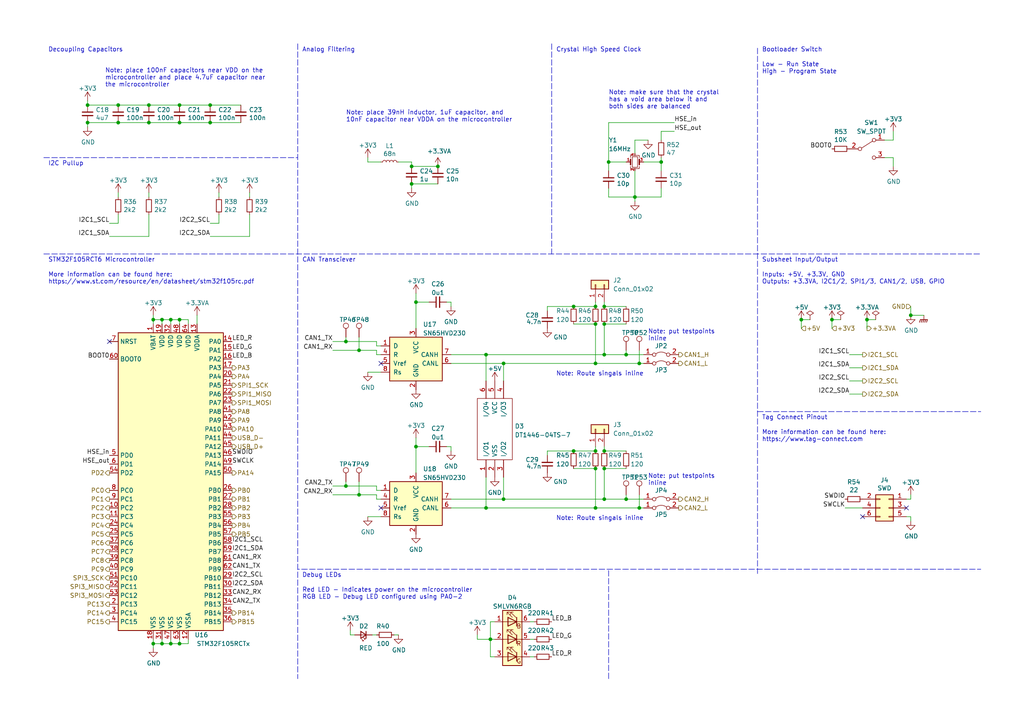
<source format=kicad_sch>
(kicad_sch (version 20211123) (generator eeschema)
  (paper "A4")
  (lib_symbols
    (symbol "Connector:TestPoint" (pin_numbers hide) (pin_names (offset 0.762) hide)
      (property "Reference" "TP" (at 0 6.858 0))
      (property "Value" "TestPoint" (at 0 5.08 0))
      (symbol "TestPoint_1_1"
        (pin passive line (at 0 0 90) (length 2.54) (name "1") (number "1"))
      )
    )
    (symbol "Connector_Generic:Conn_01x02" (pin_names (offset 1.016) hide)
      (property "Reference" "J" (at 0 2.54 0))
      (property "Value" "Conn_01x02" (at 0 -5.08 0))
      (symbol "Conn_01x02_1_1"
        (pin passive line (at -5.08 0 0) (length 3.81) (name "Pin_1") (number "1"))
        (pin passive line (at -5.08 -2.54 0) (length 3.81) (name "Pin_2") (number "2"))
      )
    )
    (symbol "Connector_Generic:Conn_02x03_Odd_Even" (pin_names (offset 1.016) hide)
      (property "Reference" "J" (at 1.27 5.08 0))
      (property "Value" "Conn_02x03_Odd_Even" (at 1.27 -5.08 0))
      (symbol "Conn_02x03_Odd_Even_1_1"
        (pin passive line (at -5.08 2.54 0) (length 3.81) (name "Pin_1") (number "1"))
        (pin passive line (at 7.62 2.54 180) (length 3.81) (name "Pin_2") (number "2"))
        (pin passive line (at -5.08 0 0) (length 3.81) (name "Pin_3") (number "3"))
        (pin passive line (at 7.62 0 180) (length 3.81) (name "Pin_4") (number "4"))
        (pin passive line (at -5.08 -2.54 0) (length 3.81) (name "Pin_5") (number "5"))
        (pin passive line (at 7.62 -2.54 180) (length 3.81) (name "Pin_6") (number "6"))
      )
    )
    (symbol "Device:C_Small" (pin_numbers hide) (pin_names (offset 0.254) hide)
      (property "Reference" "C" (at 0.254 1.778 0))
      (property "Value" "C_Small" (at 0.254 -2.032 0))
      (symbol "C_Small_1_1"
        (pin passive line (at 0 2.54 270) (length 2.032) (name "~") (number "1"))
        (pin passive line (at 0 -2.54 90) (length 2.032) (name "~") (number "2"))
      )
    )
    (symbol "Device:Crystal_GND24_Small" (pin_names (offset 1.016) hide)
      (property "Reference" "Y" (at 1.27 4.445 0))
      (property "Value" "Crystal_GND24_Small" (at 1.27 2.54 0))
      (symbol "Crystal_GND24_Small_1_1"
        (pin passive line (at -2.54 0 0) (length 1.27) (name "1") (number "1"))
        (pin passive line (at 0 -2.54 90) (length 0.635) (name "2") (number "2"))
        (pin passive line (at 2.54 0 180) (length 1.27) (name "3") (number "3"))
        (pin passive line (at 0 2.54 270) (length 0.635) (name "4") (number "4"))
      )
    )
    (symbol "Device:LED_Small" (pin_numbers hide) (pin_names (offset 0.254) hide)
      (property "Reference" "D" (at -1.27 3.175 0))
      (property "Value" "LED_Small" (at -4.445 -2.54 0))
      (symbol "LED_Small_1_1"
        (pin passive line (at -2.54 0 0) (length 1.778) (name "K") (number "1"))
        (pin passive line (at 2.54 0 180) (length 1.778) (name "A") (number "2"))
      )
    )
    (symbol "Device:L_Small" (pin_numbers hide) (pin_names (offset 0.254) hide)
      (property "Reference" "L" (at 0.762 1.016 0))
      (property "Value" "L_Small" (at 0.762 -1.016 0))
      (symbol "L_Small_1_1"
        (pin passive line (at 0 2.54 270) (length 0.508) (name "~") (number "1"))
        (pin passive line (at 0 -2.54 90) (length 0.508) (name "~") (number "2"))
      )
    )
    (symbol "Device:R_Small" (pin_numbers hide) (pin_names (offset 0.254) hide)
      (property "Reference" "R" (at 0.762 0.508 0))
      (property "Value" "R_Small" (at 0.762 -1.016 0))
      (symbol "R_Small_1_1"
        (pin passive line (at 0 2.54 270) (length 0.762) (name "~") (number "1"))
        (pin passive line (at 0 -2.54 90) (length 0.762) (name "~") (number "2"))
      )
    )
    (symbol "Global_Library:DT1446-04TS-7" (pin_names (offset 0.762))
      (property "Reference" "D" (at 5.08 7.62 0))
      (property "Value" "DT1446-04TS-7" (at 5.08 5.08 0))
      (symbol "DT1446-04TS-7_0_0"
        (pin passive line (at 0 0 0) (length 5.08) (name "I/O1") (number "1"))
        (pin passive line (at 0 -2.54 0) (length 5.08) (name "VSS") (number "2"))
        (pin passive line (at 0 -5.08 0) (length 5.08) (name "I/O2") (number "3"))
        (pin passive line (at 27.94 -5.08 180) (length 5.08) (name "I/O3") (number "4"))
        (pin passive line (at 27.94 -2.54 180) (length 5.08) (name "VCC") (number "5"))
        (pin passive line (at 27.94 0 180) (length 5.08) (name "I/O4") (number "6"))
      )
    )
    (symbol "Interface_CAN_LIN:SN65HVD230" (pin_names (offset 1.016))
      (property "Reference" "U" (at -2.54 10.16 0))
      (property "Value" "SN65HVD230" (at -2.54 7.62 0))
      (symbol "SN65HVD230_1_1"
        (pin input line (at -10.16 2.54 0) (length 2.54) (name "D") (number "1"))
        (pin power_in line (at 0 -10.16 90) (length 2.54) (name "GND") (number "2"))
        (pin power_in line (at 0 7.62 270) (length 2.54) (name "VCC") (number "3"))
        (pin output line (at -10.16 0 0) (length 2.54) (name "R") (number "4"))
        (pin output line (at -10.16 -2.54 0) (length 2.54) (name "Vref") (number "5"))
        (pin bidirectional line (at 10.16 -2.54 180) (length 2.54) (name "CANL") (number "6"))
        (pin bidirectional line (at 10.16 0 180) (length 2.54) (name "CANH") (number "7"))
        (pin input line (at -10.16 -5.08 0) (length 2.54) (name "Rs") (number "8"))
      )
    )
    (symbol "Jumper:Jumper_2_Bridged" (pin_names (offset 0) hide)
      (property "Reference" "JP" (at 0 1.905 0))
      (property "Value" "Jumper_2_Bridged" (at 0 -2.54 0))
      (symbol "Jumper_2_Bridged_1_1"
        (pin passive line (at -5.08 0 0) (length 2.54) (name "A") (number "1"))
        (pin passive line (at 5.08 0 180) (length 2.54) (name "B") (number "2"))
      )
    )
    (symbol "LED:SMLVN6RGB" (pin_names (offset 0) hide)
      (property "Reference" "D" (at 0 12.7 0))
      (property "Value" "SMLVN6RGB" (at 0 10.16 0))
      (symbol "SMLVN6RGB_0_0"
        (text "B" (at 1.905 3.81 0) (effects (font (size 1.27 1.27))))
        (text "G" (at 1.905 -6.35 0) (effects (font (size 1.27 1.27))))
        (text "R" (at 1.905 -1.27 0) (effects (font (size 1.27 1.27))))
      )
      (symbol "SMLVN6RGB_1_1"
        (pin passive line (at -5.08 5.08 0) (length 2.54) (name "BA") (number "1"))
        (pin passive line (at -5.08 0 0) (length 2.54) (name "RA") (number "2"))
        (pin passive line (at -5.08 -5.08 0) (length 2.54) (name "GA") (number "3"))
        (pin passive line (at 5.08 -5.08 180) (length 2.54) (name "GK") (number "4"))
        (pin passive line (at 5.08 0 180) (length 2.54) (name "RK") (number "5"))
        (pin passive line (at 5.08 5.08 180) (length 2.54) (name "BK") (number "6"))
      )
    )
    (symbol "MCU_ST_STM32F1:STM32F105RCTx"
      (property "Reference" "U" (at -15.24 44.45 0))
      (property "Value" "STM32F105RCTx" (at 10.16 44.45 0))
      (symbol "STM32F105RCTx_1_1"
        (pin power_in line (at -5.08 45.72 270) (length 2.54) (name "VBAT") (number "1"))
        (pin bidirectional line (at -17.78 -7.62 0) (length 2.54) (name "PC2") (number "10"))
        (pin bidirectional line (at -17.78 -10.16 0) (length 2.54) (name "PC3") (number "11"))
        (pin power_in line (at 5.08 -45.72 90) (length 2.54) (name "VSSA") (number "12"))
        (pin power_in line (at 7.62 45.72 270) (length 2.54) (name "VDDA") (number "13"))
        (pin bidirectional line (at 17.78 40.64 180) (length 2.54) (name "PA0") (number "14"))
        (pin bidirectional line (at 17.78 38.1 180) (length 2.54) (name "PA1") (number "15"))
        (pin bidirectional line (at 17.78 35.56 180) (length 2.54) (name "PA2") (number "16"))
        (pin bidirectional line (at 17.78 33.02 180) (length 2.54) (name "PA3") (number "17"))
        (pin power_in line (at -5.08 -45.72 90) (length 2.54) (name "VSS") (number "18"))
        (pin power_in line (at -2.54 45.72 270) (length 2.54) (name "VDD") (number "19"))
        (pin bidirectional line (at -17.78 -35.56 0) (length 2.54) (name "PC13") (number "2"))
        (pin bidirectional line (at 17.78 30.48 180) (length 2.54) (name "PA4") (number "20"))
        (pin bidirectional line (at 17.78 27.94 180) (length 2.54) (name "PA5") (number "21"))
        (pin bidirectional line (at 17.78 25.4 180) (length 2.54) (name "PA6") (number "22"))
        (pin bidirectional line (at 17.78 22.86 180) (length 2.54) (name "PA7") (number "23"))
        (pin bidirectional line (at -17.78 -12.7 0) (length 2.54) (name "PC4") (number "24"))
        (pin bidirectional line (at -17.78 -15.24 0) (length 2.54) (name "PC5") (number "25"))
        (pin bidirectional line (at 17.78 -2.54 180) (length 2.54) (name "PB0") (number "26"))
        (pin bidirectional line (at 17.78 -5.08 180) (length 2.54) (name "PB1") (number "27"))
        (pin bidirectional line (at 17.78 -7.62 180) (length 2.54) (name "PB2") (number "28"))
        (pin bidirectional line (at 17.78 -27.94 180) (length 2.54) (name "PB10") (number "29"))
        (pin bidirectional line (at -17.78 -38.1 0) (length 2.54) (name "PC14") (number "3"))
        (pin bidirectional line (at 17.78 -30.48 180) (length 2.54) (name "PB11") (number "30"))
        (pin power_in line (at -2.54 -45.72 90) (length 2.54) (name "VSS") (number "31"))
        (pin power_in line (at 0 45.72 270) (length 2.54) (name "VDD") (number "32"))
        (pin bidirectional line (at 17.78 -33.02 180) (length 2.54) (name "PB12") (number "33"))
        (pin bidirectional line (at 17.78 -35.56 180) (length 2.54) (name "PB13") (number "34"))
        (pin bidirectional line (at 17.78 -38.1 180) (length 2.54) (name "PB14") (number "35"))
        (pin bidirectional line (at 17.78 -40.64 180) (length 2.54) (name "PB15") (number "36"))
        (pin bidirectional line (at -17.78 -17.78 0) (length 2.54) (name "PC6") (number "37"))
        (pin bidirectional line (at -17.78 -20.32 0) (length 2.54) (name "PC7") (number "38"))
        (pin bidirectional line (at -17.78 -22.86 0) (length 2.54) (name "PC8") (number "39"))
        (pin bidirectional line (at -17.78 -40.64 0) (length 2.54) (name "PC15") (number "4"))
        (pin bidirectional line (at -17.78 -25.4 0) (length 2.54) (name "PC9") (number "40"))
        (pin bidirectional line (at 17.78 20.32 180) (length 2.54) (name "PA8") (number "41"))
        (pin bidirectional line (at 17.78 17.78 180) (length 2.54) (name "PA9") (number "42"))
        (pin bidirectional line (at 17.78 15.24 180) (length 2.54) (name "PA10") (number "43"))
        (pin bidirectional line (at 17.78 12.7 180) (length 2.54) (name "PA11") (number "44"))
        (pin bidirectional line (at 17.78 10.16 180) (length 2.54) (name "PA12") (number "45"))
        (pin bidirectional line (at 17.78 7.62 180) (length 2.54) (name "PA13") (number "46"))
        (pin power_in line (at 0 -45.72 90) (length 2.54) (name "VSS") (number "47"))
        (pin power_in line (at 2.54 45.72 270) (length 2.54) (name "VDD") (number "48"))
        (pin bidirectional line (at 17.78 5.08 180) (length 2.54) (name "PA14") (number "49"))
        (pin input line (at -17.78 7.62 0) (length 2.54) (name "PD0") (number "5"))
        (pin bidirectional line (at 17.78 2.54 180) (length 2.54) (name "PA15") (number "50"))
        (pin bidirectional line (at -17.78 -27.94 0) (length 2.54) (name "PC10") (number "51"))
        (pin bidirectional line (at -17.78 -30.48 0) (length 2.54) (name "PC11") (number "52"))
        (pin bidirectional line (at -17.78 -33.02 0) (length 2.54) (name "PC12") (number "53"))
        (pin bidirectional line (at -17.78 2.54 0) (length 2.54) (name "PD2") (number "54"))
        (pin bidirectional line (at 17.78 -10.16 180) (length 2.54) (name "PB3") (number "55"))
        (pin bidirectional line (at 17.78 -12.7 180) (length 2.54) (name "PB4") (number "56"))
        (pin bidirectional line (at 17.78 -15.24 180) (length 2.54) (name "PB5") (number "57"))
        (pin bidirectional line (at 17.78 -17.78 180) (length 2.54) (name "PB6") (number "58"))
        (pin bidirectional line (at 17.78 -20.32 180) (length 2.54) (name "PB7") (number "59"))
        (pin input line (at -17.78 5.08 0) (length 2.54) (name "PD1") (number "6"))
        (pin input line (at -17.78 35.56 0) (length 2.54) (name "BOOT0") (number "60"))
        (pin bidirectional line (at 17.78 -22.86 180) (length 2.54) (name "PB8") (number "61"))
        (pin bidirectional line (at 17.78 -25.4 180) (length 2.54) (name "PB9") (number "62"))
        (pin power_in line (at 2.54 -45.72 90) (length 2.54) (name "VSS") (number "63"))
        (pin power_in line (at 5.08 45.72 270) (length 2.54) (name "VDD") (number "64"))
        (pin input line (at -17.78 40.64 0) (length 2.54) (name "NRST") (number "7"))
        (pin bidirectional line (at -17.78 -2.54 0) (length 2.54) (name "PC0") (number "8"))
        (pin bidirectional line (at -17.78 -5.08 0) (length 2.54) (name "PC1") (number "9"))
      )
    )
    (symbol "Switch:SW_SPDT" (pin_names (offset 0) hide)
      (property "Reference" "SW" (at 0 4.318 0))
      (property "Value" "SW_SPDT" (at 0 -5.08 0))
      (symbol "SW_SPDT_1_1"
        (pin passive line (at 5.08 2.54 180) (length 2.54) (name "A") (number "1"))
        (pin passive line (at -5.08 0 0) (length 2.54) (name "B") (number "2"))
        (pin passive line (at 5.08 -2.54 180) (length 2.54) (name "C") (number "3"))
      )
    )
    (symbol "power:+3.3VA" (power) (pin_names (offset 0))
      (property "Value" "+3.3VA" (at 0 3.556 0))
      (symbol "+3.3VA_1_1"
        (pin power_in line (at 0 0 90) (length 0) hide (name "+3.3VA") (number "1"))
      )
    )
    (symbol "power:+3V3" (power) (pin_names (offset 0))
      (property "Value" "+3V3" (at 0 3.556 0))
      (symbol "+3V3_1_1"
        (pin power_in line (at 0 0 90) (length 0) hide (name "+3V3") (number "1"))
      )
    )
    (symbol "power:+5V" (power) (pin_names (offset 0))
      (property "Value" "+5V" (at 0 3.556 0))
      (symbol "+5V_1_1"
        (pin power_in line (at 0 0 90) (length 0) hide (name "+5V") (number "1"))
      )
    )
    (symbol "power:GND" (power) (pin_names (offset 0))
      (property "Value" "GND" (at 0 -3.81 0))
      (symbol "GND_1_1"
        (pin power_in line (at 0 0 270) (length 0) hide (name "GND") (number "1"))
      )
    )
    (symbol "power:GNDPWR" (power) (pin_names (offset 0))
      (property "Value" "GNDPWR" (at 0 -3.302 0))
      (symbol "GNDPWR_1_1"
        (pin power_in line (at 0 0 270) (length 0) hide (name "GNDPWR") (number "1"))
      )
    )
    (symbol "power:PWR_FLAG" (power) (pin_numbers hide) (pin_names (offset 0) hide)
      (property "Value" "PWR_FLAG" (at 0 3.81 0))
      (symbol "PWR_FLAG_0_0"
        (pin power_out line (at 0 0 90) (length 0) (name "pwr") (number "1"))
      )
    )
  )
  (junction (at 232.41 92.71))
  (junction (at 251.46 92.71))
  (junction (at 49.53 186.69))
  (junction (at 184.15 57.15))
  (junction (at 119.38 53.34))
  (junction (at 172.72 135.89))
  (junction (at 104.14 143.51))
  (junction (at 60.96 35.56))
  (junction (at 34.29 35.56))
  (junction (at 100.33 99.06))
  (junction (at 104.14 101.6))
  (junction (at 43.18 35.56))
  (junction (at 175.26 88.9))
  (junction (at 142.24 185.42))
  (junction (at 175.26 102.87))
  (junction (at 166.37 88.9))
  (junction (at 60.96 30.48))
  (junction (at 175.26 144.78))
  (junction (at 185.42 105.41))
  (junction (at 185.42 147.32))
  (junction (at 175.26 93.98))
  (junction (at 44.45 186.69))
  (junction (at 140.97 102.87))
  (junction (at 175.26 135.89))
  (junction (at 52.07 92.71))
  (junction (at 100.33 140.97))
  (junction (at 175.26 130.81))
  (junction (at 166.37 130.81))
  (junction (at 140.97 147.32))
  (junction (at 172.72 93.98))
  (junction (at 120.65 129.54))
  (junction (at 46.99 186.69))
  (junction (at 146.05 144.78))
  (junction (at 176.53 46.99))
  (junction (at 119.38 48.26))
  (junction (at 181.61 102.87))
  (junction (at 34.29 30.48))
  (junction (at 172.72 105.41))
  (junction (at 44.45 92.71))
  (junction (at 127 48.26))
  (junction (at 241.3 92.71))
  (junction (at 172.72 88.9))
  (junction (at 172.72 130.81))
  (junction (at 52.07 186.69))
  (junction (at 52.07 30.48))
  (junction (at 46.99 92.71))
  (junction (at 172.72 147.32))
  (junction (at 146.05 105.41))
  (junction (at 120.65 87.63))
  (junction (at 25.4 35.56))
  (junction (at 25.4 30.48))
  (junction (at 264.16 91.44))
  (junction (at 181.61 144.78))
  (junction (at 191.77 46.99))
  (junction (at 52.07 35.56))
  (junction (at 49.53 92.71))
  (junction (at 43.18 30.48))
  (no_connect (at 31.75 99.06))
  (no_connect (at 262.89 147.32))
  (no_connect (at 250.19 149.86))
  (no_connect (at 110.49 147.32))
  (no_connect (at 110.49 105.41))
  (wire (pts (xy 106.68 45.72) (xy 106.68 46.99)))
  (wire (pts (xy 245.11 147.32) (xy 250.19 147.32)))
  (wire (pts (xy 130.81 87.63) (xy 130.81 88.9)))
  (wire (pts (xy 262.89 144.78) (xy 264.16 144.78)))
  (wire (pts (xy 100.33 97.79) (xy 100.33 99.06)))
  (wire (pts (xy 63.5 55.88) (xy 63.5 57.15)))
  (wire (pts (xy 100.33 140.97) (xy 109.22 140.97)))
  (polyline (pts (xy 160.02 165.1) (xy 86.36 165.1)))
  (wire (pts (xy 43.18 30.48) (xy 52.07 30.48)))
  (wire (pts (xy 259.08 40.64) (xy 259.08 38.1)))
  (wire (pts (xy 63.5 64.77) (xy 63.5 62.23)))
  (wire (pts (xy 109.22 100.33) (xy 110.49 100.33)))
  (wire (pts (xy 25.4 36.83) (xy 25.4 35.56)))
  (wire (pts (xy 44.45 186.69) (xy 44.45 187.96)))
  (wire (pts (xy 153.67 180.34) (xy 154.94 180.34)))
  (wire (pts (xy 191.77 46.99) (xy 191.77 49.53)))
  (wire (pts (xy 109.22 102.87) (xy 110.49 102.87)))
  (wire (pts (xy 72.39 55.88) (xy 72.39 57.15)))
  (wire (pts (xy 60.96 35.56) (xy 69.85 35.56)))
  (wire (pts (xy 246.38 110.49) (xy 250.19 110.49)))
  (wire (pts (xy 140.97 138.43) (xy 140.97 147.32)))
  (wire (pts (xy 251.46 92.71) (xy 254 92.71)))
  (wire (pts (xy 129.54 87.63) (xy 130.81 87.63)))
  (wire (pts (xy 264.16 91.44) (xy 264.16 88.9)))
  (wire (pts (xy 146.05 105.41) (xy 146.05 110.49)))
  (wire (pts (xy 158.75 130.81) (xy 158.75 132.08)))
  (wire (pts (xy 187.96 40.64) (xy 184.15 40.64)))
  (wire (pts (xy 166.37 93.98) (xy 172.72 93.98)))
  (wire (pts (xy 96.52 140.97) (xy 100.33 140.97)))
  (wire (pts (xy 25.4 30.48) (xy 34.29 30.48)))
  (wire (pts (xy 172.72 135.89) (xy 172.72 147.32)))
  (wire (pts (xy 175.26 93.98) (xy 175.26 102.87)))
  (wire (pts (xy 25.4 29.21) (xy 25.4 30.48)))
  (wire (pts (xy 46.99 186.69) (xy 49.53 186.69)))
  (wire (pts (xy 232.41 92.71) (xy 232.41 95.25)))
  (wire (pts (xy 184.15 57.15) (xy 191.77 57.15)))
  (wire (pts (xy 106.68 107.95) (xy 110.49 107.95)))
  (wire (pts (xy 158.75 88.9) (xy 166.37 88.9)))
  (wire (pts (xy 262.89 149.86) (xy 264.16 149.86)))
  (wire (pts (xy 175.26 93.98) (xy 181.61 93.98)))
  (wire (pts (xy 44.45 92.71) (xy 44.45 91.44)))
  (wire (pts (xy 146.05 105.41) (xy 172.72 105.41)))
  (wire (pts (xy 109.22 142.24) (xy 110.49 142.24)))
  (wire (pts (xy 176.53 54.61) (xy 176.53 57.15)))
  (wire (pts (xy 142.24 180.34) (xy 142.24 185.42)))
  (wire (pts (xy 232.41 92.71) (xy 234.95 92.71)))
  (wire (pts (xy 143.51 180.34) (xy 142.24 180.34)))
  (polyline (pts (xy 160.02 165.1) (xy 284.48 165.1)))
  (wire (pts (xy 49.53 92.71) (xy 46.99 92.71)))
  (wire (pts (xy 172.72 147.32) (xy 185.42 147.32)))
  (wire (pts (xy 120.65 87.63) (xy 120.65 95.25)))
  (wire (pts (xy 106.68 46.99) (xy 110.49 46.99)))
  (wire (pts (xy 127 53.34) (xy 119.38 53.34)))
  (wire (pts (xy 60.96 64.77) (xy 63.5 64.77)))
  (wire (pts (xy 175.26 135.89) (xy 175.26 144.78)))
  (wire (pts (xy 142.24 190.5) (xy 143.51 190.5)))
  (wire (pts (xy 100.33 139.7) (xy 100.33 140.97)))
  (wire (pts (xy 49.53 93.98) (xy 49.53 92.71)))
  (wire (pts (xy 264.16 91.44) (xy 267.97 91.44)))
  (polyline (pts (xy 160.02 12.7) (xy 160.02 73.66)))
  (wire (pts (xy 175.26 88.9) (xy 175.26 87.63)))
  (wire (pts (xy 120.65 129.54) (xy 120.65 137.16)))
  (wire (pts (xy 184.15 40.64) (xy 184.15 44.45)))
  (wire (pts (xy 256.54 40.64) (xy 259.08 40.64)))
  (polyline (pts (xy 86.36 12.7) (xy 86.36 196.85)))
  (wire (pts (xy 44.45 93.98) (xy 44.45 92.71)))
  (wire (pts (xy 185.42 101.6) (xy 185.42 105.41)))
  (wire (pts (xy 172.72 87.63) (xy 172.72 88.9)))
  (wire (pts (xy 52.07 30.48) (xy 60.96 30.48)))
  (wire (pts (xy 109.22 143.51) (xy 109.22 144.78)))
  (wire (pts (xy 34.29 55.88) (xy 34.29 57.15)))
  (wire (pts (xy 49.53 186.69) (xy 52.07 186.69)))
  (wire (pts (xy 140.97 147.32) (xy 172.72 147.32)))
  (wire (pts (xy 256.54 45.72) (xy 259.08 45.72)))
  (wire (pts (xy 142.24 185.42) (xy 143.51 185.42)))
  (wire (pts (xy 43.18 35.56) (xy 52.07 35.56)))
  (wire (pts (xy 129.54 129.54) (xy 130.81 129.54)))
  (wire (pts (xy 175.26 135.89) (xy 181.61 135.89)))
  (wire (pts (xy 172.72 105.41) (xy 185.42 105.41)))
  (wire (pts (xy 166.37 130.81) (xy 172.72 130.81)))
  (wire (pts (xy 172.72 93.98) (xy 172.72 105.41)))
  (wire (pts (xy 140.97 102.87) (xy 175.26 102.87)))
  (polyline (pts (xy 219.71 13.97) (xy 219.71 166.37)))
  (wire (pts (xy 130.81 102.87) (xy 140.97 102.87)))
  (polyline (pts (xy 12.7 45.72) (xy 86.36 45.72)))
  (wire (pts (xy 158.75 130.81) (xy 166.37 130.81)))
  (wire (pts (xy 120.65 85.09) (xy 120.65 87.63)))
  (wire (pts (xy 264.16 144.78) (xy 264.16 143.51)))
  (wire (pts (xy 181.61 101.6) (xy 181.61 102.87)))
  (wire (pts (xy 60.96 30.48) (xy 69.85 30.48)))
  (wire (pts (xy 44.45 186.69) (xy 44.45 185.42)))
  (wire (pts (xy 191.77 38.1) (xy 195.58 38.1)))
  (wire (pts (xy 259.08 45.72) (xy 259.08 48.26)))
  (wire (pts (xy 130.81 144.78) (xy 146.05 144.78)))
  (wire (pts (xy 191.77 40.64) (xy 191.77 38.1)))
  (wire (pts (xy 107.95 184.15) (xy 109.22 184.15)))
  (wire (pts (xy 104.14 97.79) (xy 104.14 101.6)))
  (wire (pts (xy 34.29 30.48) (xy 43.18 30.48)))
  (wire (pts (xy 52.07 92.71) (xy 52.07 93.98)))
  (wire (pts (xy 72.39 68.58) (xy 72.39 62.23)))
  (wire (pts (xy 140.97 102.87) (xy 140.97 110.49)))
  (wire (pts (xy 104.14 143.51) (xy 109.22 143.51)))
  (wire (pts (xy 104.14 101.6) (xy 109.22 101.6)))
  (wire (pts (xy 176.53 49.53) (xy 176.53 46.99)))
  (wire (pts (xy 31.75 64.77) (xy 34.29 64.77)))
  (wire (pts (xy 46.99 185.42) (xy 46.99 186.69)))
  (wire (pts (xy 185.42 143.51) (xy 185.42 147.32)))
  (polyline (pts (xy 176.53 196.85) (xy 176.53 165.1)))
  (wire (pts (xy 54.61 186.69) (xy 54.61 185.42)))
  (wire (pts (xy 124.46 87.63) (xy 120.65 87.63)))
  (wire (pts (xy 184.15 57.15) (xy 184.15 58.42)))
  (wire (pts (xy 119.38 53.34) (xy 119.38 54.61)))
  (wire (pts (xy 181.61 102.87) (xy 186.69 102.87)))
  (wire (pts (xy 106.68 149.86) (xy 110.49 149.86)))
  (wire (pts (xy 49.53 92.71) (xy 52.07 92.71)))
  (wire (pts (xy 52.07 92.71) (xy 54.61 92.71)))
  (wire (pts (xy 114.3 184.15) (xy 115.57 184.15)))
  (wire (pts (xy 119.38 46.99) (xy 119.38 48.26)))
  (wire (pts (xy 130.81 105.41) (xy 146.05 105.41)))
  (wire (pts (xy 184.15 49.53) (xy 184.15 57.15)))
  (wire (pts (xy 60.96 68.58) (xy 72.39 68.58)))
  (wire (pts (xy 130.81 147.32) (xy 140.97 147.32)))
  (wire (pts (xy 96.52 99.06) (xy 100.33 99.06)))
  (wire (pts (xy 175.26 130.81) (xy 175.26 129.54)))
  (wire (pts (xy 43.18 68.58) (xy 43.18 62.23)))
  (wire (pts (xy 186.69 46.99) (xy 191.77 46.99)))
  (wire (pts (xy 264.16 149.86) (xy 264.16 151.13)))
  (wire (pts (xy 96.52 143.51) (xy 104.14 143.51)))
  (wire (pts (xy 142.24 185.42) (xy 142.24 190.5)))
  (wire (pts (xy 146.05 138.43) (xy 146.05 144.78)))
  (wire (pts (xy 52.07 35.56) (xy 60.96 35.56)))
  (wire (pts (xy 246.38 114.3) (xy 250.19 114.3)))
  (wire (pts (xy 176.53 35.56) (xy 195.58 35.56)))
  (wire (pts (xy 154.94 190.5) (xy 153.67 190.5)))
  (wire (pts (xy 246.38 102.87) (xy 250.19 102.87)))
  (wire (pts (xy 101.6 182.88) (xy 101.6 184.15)))
  (wire (pts (xy 175.26 144.78) (xy 181.61 144.78)))
  (wire (pts (xy 241.3 92.71) (xy 243.84 92.71)))
  (wire (pts (xy 138.43 185.42) (xy 138.43 184.15)))
  (wire (pts (xy 96.52 101.6) (xy 104.14 101.6)))
  (wire (pts (xy 57.15 91.44) (xy 57.15 93.98)))
  (wire (pts (xy 191.77 57.15) (xy 191.77 54.61)))
  (wire (pts (xy 166.37 88.9) (xy 172.72 88.9)))
  (wire (pts (xy 166.37 135.89) (xy 172.72 135.89)))
  (wire (pts (xy 46.99 186.69) (xy 44.45 186.69)))
  (wire (pts (xy 25.4 35.56) (xy 34.29 35.56)))
  (wire (pts (xy 251.46 92.71) (xy 251.46 95.25)))
  (wire (pts (xy 241.3 92.71) (xy 241.3 95.25)))
  (wire (pts (xy 124.46 129.54) (xy 120.65 129.54)))
  (wire (pts (xy 191.77 45.72) (xy 191.77 46.99)))
  (wire (pts (xy 52.07 186.69) (xy 54.61 186.69)))
  (wire (pts (xy 181.61 130.81) (xy 175.26 130.81)))
  (wire (pts (xy 130.81 129.54) (xy 130.81 130.81)))
  (wire (pts (xy 176.53 46.99) (xy 176.53 35.56)))
  (wire (pts (xy 109.22 140.97) (xy 109.22 142.24)))
  (wire (pts (xy 34.29 64.77) (xy 34.29 62.23)))
  (wire (pts (xy 119.38 48.26) (xy 127 48.26)))
  (wire (pts (xy 109.22 101.6) (xy 109.22 102.87)))
  (polyline (pts (xy 219.71 119.38) (xy 284.48 119.38)))
  (wire (pts (xy 246.38 106.68) (xy 250.19 106.68)))
  (wire (pts (xy 185.42 105.41) (xy 186.69 105.41)))
  (wire (pts (xy 181.61 143.51) (xy 181.61 144.78)))
  (wire (pts (xy 34.29 35.56) (xy 43.18 35.56)))
  (wire (pts (xy 176.53 46.99) (xy 181.61 46.99)))
  (wire (pts (xy 158.75 88.9) (xy 158.75 90.17)))
  (wire (pts (xy 31.75 68.58) (xy 43.18 68.58)))
  (wire (pts (xy 100.33 99.06) (xy 109.22 99.06)))
  (wire (pts (xy 176.53 57.15) (xy 184.15 57.15)))
  (wire (pts (xy 52.07 186.69) (xy 52.07 185.42)))
  (polyline (pts (xy 12.7 73.66) (xy 284.48 73.66)))
  (wire (pts (xy 138.43 185.42) (xy 142.24 185.42)))
  (wire (pts (xy 181.61 144.78) (xy 186.69 144.78)))
  (wire (pts (xy 172.72 129.54) (xy 172.72 130.81)))
  (wire (pts (xy 185.42 147.32) (xy 186.69 147.32)))
  (wire (pts (xy 44.45 92.71) (xy 46.99 92.71)))
  (wire (pts (xy 115.57 46.99) (xy 119.38 46.99)))
  (wire (pts (xy 104.14 139.7) (xy 104.14 143.51)))
  (wire (pts (xy 109.22 99.06) (xy 109.22 100.33)))
  (wire (pts (xy 46.99 92.71) (xy 46.99 93.98)))
  (wire (pts (xy 175.26 102.87) (xy 181.61 102.87)))
  (wire (pts (xy 43.18 55.88) (xy 43.18 57.15)))
  (wire (pts (xy 49.53 186.69) (xy 49.53 185.42)))
  (wire (pts (xy 120.65 127) (xy 120.65 129.54)))
  (wire (pts (xy 109.22 144.78) (xy 110.49 144.78)))
  (wire (pts (xy 181.61 88.9) (xy 175.26 88.9)))
  (wire (pts (xy 101.6 184.15) (xy 102.87 184.15)))
  (wire (pts (xy 146.05 144.78) (xy 175.26 144.78)))
  (wire (pts (xy 54.61 92.71) (xy 54.61 93.98)))
  (wire (pts (xy 154.94 185.42) (xy 153.67 185.42)))
  (text "Note: place 100nF capacitors near VDD on the \nmicrocontroller and place 4.7uF capacitor near \nthe microcontroller" (at 30.48 25.4 0) (effects (font (size 1.27 1.27)) (justify left bottom)))
  (text "Note: put testpoints \ninline" (at 187.96 140.97 0) (effects (font (size 1.27 1.27)) (justify left bottom)))
  (text "Note: Route singals inline" (at 161.29 151.13 0) (effects (font (size 1.27 1.27)) (justify left bottom)))
  (text "Inputs: +5V, +3.3V, GND\nOutputs: +3.3VA, I2C1/2, SPI1/3, CAN1/2, USB, GPIO" (at 220.98 82.55 0) (effects (font (size 1.27 1.27)) (justify left bottom)))
  (text "Bootloader Switch" (at 220.98 15.24 0) (effects (font (size 1.27 1.27)) (justify left bottom)))
  (text "Low - Run State\nHigh - Program State" (at 220.98 21.59 0) (effects (font (size 1.27 1.27)) (justify left bottom)))
  (text "Note: Route singals inline" (at 161.29 109.22 0) (effects (font (size 1.27 1.27)) (justify left bottom)))
  (text "Analog Filtering" (at 87.63 15.24 0) (effects (font (size 1.27 1.27)) (justify left bottom)))
  (text "I2C Pullup" (at 13.97 48.26 0) (effects (font (size 1.27 1.27)) (justify left bottom)))
  (text "Tag Connect Pinout" (at 220.98 121.92 0) (effects (font (size 1.27 1.27)) (justify left bottom)))
  (text "Note: place 39nH inductor, 1uF capacitor, and \n10nF capacitor near VDDA on the microcontroller" (at 100.33 35.56 0) (effects (font (size 1.27 1.27)) (justify left bottom)))
  (text "Subsheet Input/Output" (at 220.98 76.2 0) (effects (font (size 1.27 1.27)) (justify left bottom)))
  (text "Debug LEDs" (at 87.63 167.64 0) (effects (font (size 1.27 1.27)) (justify left bottom)))
  (text "Note: make sure that the crystal \nhas a void area below it and\nboth sides are balanced" (at 176.53 31.75 0) (effects (font (size 1.27 1.27)) (justify left bottom)))
  (text "Decoupling Capacitors" (at 13.97 15.24 0) (effects (font (size 1.27 1.27)) (justify left bottom)))
  (text "Crystal High Speed Clock" (at 161.29 15.24 0) (effects (font (size 1.27 1.27)) (justify left bottom)))
  (text "STM32F105RCT6 Microcontroller" (at 13.97 76.2 0) (effects (font (size 1.27 1.27)) (justify left bottom)))
  (text "CAN Transciever\n" (at 87.63 76.2 0) (effects (font (size 1.27 1.27)) (justify left bottom)))
  (text "More information can be found here:\nhttps://www.st.com/resource/en/datasheet/stm32f105rc.pdf" (at 13.97 82.55 0) (effects (font (size 1.27 1.27)) (justify left bottom)))
  (text "More information can be found here: \nhttps://www.tag-connect.com" (at 220.98 128.27 0) (effects (font (size 1.27 1.27)) (justify left bottom)))
  (text "Note: put testpoints \ninline" (at 187.96 99.06 0) (effects (font (size 1.27 1.27)) (justify left bottom)))
  (text "Red LED - Indicates power on the microcontroller\nRGB LED - Debug LED configured using PA0-2" (at 87.63 173.99 0) (effects (font (size 1.27 1.27)) (justify left bottom)))
  (label "SWDIO" (at 245.11 144.78 180))
  (label "HSE_in" (at 195.58 35.56 0))
  (label "SWCLK" (at 245.11 147.32 180))
  (label "SWDIO" (at 67.31 132.08 0))
  (label "HSE_out" (at 31.75 134.62 180))
  (label "CAN2_TX" (at 67.31 175.26 0))
  (label "I2C2_SCL" (at 67.31 167.64 0))
  (label "LED_G" (at 160.02 185.42 0))
  (label "CAN1_RX" (at 96.52 101.6 180))
  (label "LED_B" (at 160.02 180.34 0))
  (label "BOOT0" (at 241.3 43.18 180))
  (label "I2C1_SCL" (at 31.75 64.77 180))
  (label "CAN2_RX" (at 67.31 172.72 0))
  (label "HSE_in" (at 31.75 132.08 180))
  (label "I2C2_SDA" (at 60.96 68.58 180))
  (label "CAN1_RX" (at 67.31 162.56 0))
  (label "CAN1_TX" (at 67.31 165.1 0))
  (label "HSE_out" (at 195.58 38.1 0))
  (label "I2C1_SCL" (at 246.38 102.87 180))
  (label "I2C1_SDA" (at 67.31 160.02 0))
  (label "CAN1_TX" (at 96.52 99.06 180))
  (label "BOOT0" (at 31.75 104.14 180))
  (label "I2C1_SDA" (at 246.38 106.68 180))
  (label "LED_R" (at 67.31 99.06 0))
  (label "LED_B" (at 67.31 104.14 0))
  (label "I2C2_SDA" (at 67.31 170.18 0))
  (label "LED_G" (at 67.31 101.6 0))
  (label "SWCLK" (at 67.31 134.62 0))
  (label "I2C2_SCL" (at 246.38 110.49 180))
  (label "LED_R" (at 160.02 190.5 0))
  (label "I2C2_SDA" (at 246.38 114.3 180))
  (label "CAN2_TX" (at 96.52 140.97 180))
  (label "I2C1_SCL" (at 67.31 157.48 0))
  (label "I2C2_SCL" (at 60.96 64.77 180))
  (label "CAN2_RX" (at 96.52 143.51 180))
  (label "I2C1_SDA" (at 31.75 68.58 180))
  (hierarchical_label "PC6" (shape output) (at 31.75 157.48 180))
  (hierarchical_label "PC7" (shape output) (at 31.75 160.02 180))
  (hierarchical_label "PC0" (shape output) (at 31.75 142.24 180))
  (hierarchical_label "USB_D-" (shape output) (at 67.31 127 0))
  (hierarchical_label "USB_D+" (shape output) (at 67.31 129.54 0))
  (hierarchical_label "CAN1_H" (shape output) (at 196.85 102.87 0))
  (hierarchical_label "SPI1_MOSI" (shape output) (at 67.31 116.84 0))
  (hierarchical_label "I2C1_SDA" (shape output) (at 250.19 106.68 0))
  (hierarchical_label "PB15" (shape output) (at 67.31 180.34 0))
  (hierarchical_label "PC5" (shape output) (at 31.75 154.94 180))
  (hierarchical_label "+5V" (shape input) (at 232.41 95.25 0))
  (hierarchical_label "PB5" (shape output) (at 67.31 154.94 0))
  (hierarchical_label "SPI1_SCK" (shape output) (at 67.31 111.76 0))
  (hierarchical_label "I2C2_SDA" (shape output) (at 250.19 114.3 0))
  (hierarchical_label "GND" (shape input) (at 264.16 88.9 180))
  (hierarchical_label "PA3" (shape output) (at 67.31 106.68 0))
  (hierarchical_label "+3V3" (shape input) (at 241.3 95.25 0))
  (hierarchical_label "SPI3_SCK" (shape output) (at 31.75 167.64 180))
  (hierarchical_label "SPI3_MISO" (shape output) (at 31.75 170.18 180))
  (hierarchical_label "PC2" (shape output) (at 31.75 147.32 180))
  (hierarchical_label "PA8" (shape output) (at 67.31 119.38 0))
  (hierarchical_label "PC9" (shape output) (at 31.75 165.1 180))
  (hierarchical_label "+3.3VA" (shape output) (at 251.46 95.25 0))
  (hierarchical_label "PB0" (shape output) (at 67.31 142.24 0))
  (hierarchical_label "CAN2_L" (shape output) (at 196.85 147.32 0))
  (hierarchical_label "PB2" (shape output) (at 67.31 147.32 0))
  (hierarchical_label "CAN1_L" (shape output) (at 196.85 105.41 0))
  (hierarchical_label "SPI1_MISO" (shape output) (at 67.31 114.3 0))
  (hierarchical_label "PD2" (shape output) (at 31.75 137.16 180))
  (hierarchical_label "PA14" (shape output) (at 67.31 137.16 0))
  (hierarchical_label "PC15" (shape output) (at 31.75 180.34 180))
  (hierarchical_label "PC8" (shape output) (at 31.75 162.56 180))
  (hierarchical_label "PB14" (shape output) (at 67.31 177.8 0))
  (hierarchical_label "I2C2_SCL" (shape output) (at 250.19 110.49 0))
  (hierarchical_label "PA4" (shape output) (at 67.31 109.22 0))
  (hierarchical_label "I2C1_SCL" (shape output) (at 250.19 102.87 0))
  (hierarchical_label "PA10" (shape output) (at 67.31 124.46 0))
  (hierarchical_label "PC13" (shape output) (at 31.75 175.26 180))
  (hierarchical_label "CAN2_H" (shape output) (at 196.85 144.78 0))
  (hierarchical_label "PB4" (shape output) (at 67.31 152.4 0))
  (hierarchical_label "PC3" (shape output) (at 31.75 149.86 180))
  (hierarchical_label "PC4" (shape output) (at 31.75 152.4 180))
  (hierarchical_label "PC1" (shape output) (at 31.75 144.78 180))
  (hierarchical_label "PC14" (shape output) (at 31.75 177.8 180))
  (hierarchical_label "PA9" (shape output) (at 67.31 121.92 0))
  (hierarchical_label "SPI3_MOSI" (shape output) (at 31.75 172.72 180))
  (hierarchical_label "PB1" (shape output) (at 67.31 144.78 0))
  (hierarchical_label "PB3" (shape output) (at 67.31 149.86 0))
  (symbol (lib_id "MCU_ST_STM32F1:STM32F105RCTx") (at 49.53 139.7 0) (unit 1)
    (property "Reference" "U16" (at 58.42 184.15 0))
    (property "Value" "STM32F105RCTx" (at 64.77 186.69 0))
    (property "Footprint" "Package_QFP:LQFP-64_10x10mm_P0.5mm" (effects hide))
    (property "Datasheet" "http://www.st.com/st-web-ui/static/active/en/resource/technical/document/datasheet/CD00220364.pdf" (effects hide))
  )
  (symbol (lib_id "power:GND") (at 44.45 187.96 0) (unit 1)
    (property "Reference" "#PWR0121" (effects hide))
    (property "Value" "GND" (at 44.577 192.3542 0))
  )
  (symbol (lib_id "Switch:SW_SPDT") (at 251.46 43.18 0) (unit 1)
    (property "Reference" "SW1" (at 252.73 35.56 0))
    (property "Value" "SW_SPDT" (at 252.73 38.1 0))
    (property "Footprint" "Connector_PinHeader_1.27mm:PinHeader_1x03_P1.27mm_Vertical" (effects hide))
  )
  (symbol (lib_id "Device:R_Small") (at 243.84 43.18 270) (unit 1)
    (property "Reference" "R53" (at 243.84 38.2016 90))
    (property "Value" "10K" (at 243.84 40.513 90))
    (property "Footprint" "Resistor_SMD:R_0603_1608Metric" (effects hide))
  )
  (symbol (lib_id "power:GND") (at 259.08 48.26 0) (unit 1)
    (property "Reference" "#PWR0149" (effects hide))
    (property "Value" "GND" (at 259.207 52.6542 0))
  )
  (symbol (lib_id "Device:C_Small") (at 25.4 33.02 0) (unit 1)
    (property "Reference" "C18" (at 27.7368 31.8516 0) (effects (justify left)))
    (property "Value" "4u7" (at 27.7368 34.163 0) (effects (justify left)))
    (property "Footprint" "Capacitor_SMD:C_0603_1608Metric" (effects hide))
  )
  (symbol (lib_id "Device:C_Small") (at 34.29 33.02 0) (unit 1)
    (property "Reference" "C19" (at 36.6268 31.8516 0) (effects (justify left)))
    (property "Value" "100n" (at 36.6268 34.163 0) (effects (justify left)))
    (property "Footprint" "Capacitor_SMD:C_0603_1608Metric" (effects hide))
  )
  (symbol (lib_id "Device:C_Small") (at 43.18 33.02 0) (unit 1)
    (property "Reference" "C20" (at 45.5168 31.8516 0) (effects (justify left)))
    (property "Value" "100n" (at 45.5168 34.163 0) (effects (justify left)))
    (property "Footprint" "Capacitor_SMD:C_0603_1608Metric" (effects hide))
  )
  (symbol (lib_id "Device:C_Small") (at 52.07 33.02 0) (unit 1)
    (property "Reference" "C21" (at 54.4068 31.8516 0) (effects (justify left)))
    (property "Value" "100n" (at 54.4068 34.163 0) (effects (justify left)))
    (property "Footprint" "Capacitor_SMD:C_0603_1608Metric" (effects hide))
  )
  (symbol (lib_id "Device:C_Small") (at 60.96 33.02 0) (unit 1)
    (property "Reference" "C22" (at 63.2968 31.8516 0) (effects (justify left)))
    (property "Value" "100n" (at 63.2968 34.163 0) (effects (justify left)))
    (property "Footprint" "Capacitor_SMD:C_0603_1608Metric" (effects hide))
  )
  (symbol (lib_id "Device:C_Small") (at 69.85 33.02 0) (unit 1)
    (property "Reference" "C23" (at 72.1868 31.8516 0) (effects (justify left)))
    (property "Value" "100n" (at 72.1868 34.163 0) (effects (justify left)))
    (property "Footprint" "Capacitor_SMD:C_0603_1608Metric" (effects hide))
  )
  (symbol (lib_id "power:GND") (at 25.4 36.83 0) (unit 1)
    (property "Reference" "#PWR0117" (effects hide))
    (property "Value" "GND" (at 25.527 41.2242 0))
  )
  (symbol (lib_id "Device:L_Small") (at 113.03 46.99 90) (unit 1)
    (property "Reference" "L1" (at 113.03 42.291 90))
    (property "Value" "68n" (at 113.03 44.6024 90))
    (property "Footprint" "Inductor_SMD:L_0603_1608Metric" (effects hide))
  )
  (symbol (lib_id "power:+3.3VA") (at 127 48.26 0) (unit 1)
    (property "Reference" "#PWR0135" (effects hide))
    (property "Value" "+3.3VA" (at 127.381 43.8658 0))
  )
  (symbol (lib_id "Device:C_Small") (at 119.38 50.8 0) (unit 1)
    (property "Reference" "C24" (at 121.7168 49.6316 0) (effects (justify left)))
    (property "Value" "1u" (at 121.7168 51.943 0) (effects (justify left)))
    (property "Footprint" "Capacitor_SMD:C_0603_1608Metric" (effects hide))
  )
  (symbol (lib_id "Device:C_Small") (at 127 50.8 0) (unit 1)
    (property "Reference" "C25" (at 129.3368 49.6316 0) (effects (justify left)))
    (property "Value" "10n" (at 129.3368 51.943 0) (effects (justify left)))
    (property "Footprint" "Capacitor_SMD:C_0603_1608Metric" (effects hide))
  )
  (symbol (lib_id "power:GND") (at 119.38 54.61 0) (unit 1)
    (property "Reference" "#PWR0130" (effects hide))
    (property "Value" "GND" (at 119.507 59.0042 0))
  )
  (symbol (lib_id "Device:Crystal_GND24_Small") (at 184.15 46.99 0) (unit 1)
    (property "Reference" "Y1" (at 176.53 40.64 0) (effects (justify left)))
    (property "Value" "16MHz" (at 176.53 43.18 0) (effects (justify left)))
    (property "Footprint" "Crystal:Crystal_SMD_3225-4Pin_3.2x2.5mm" (effects hide))
    (property "Datasheet" "https://datasheet.lcsc.com/lcsc/2103291133_Yangxing-Tech-X322516MLB4SI_C13738.pdf" (effects hide))
  )
  (symbol (lib_id "power:GND") (at 184.15 58.42 0) (unit 1)
    (property "Reference" "#PWR0143" (effects hide))
    (property "Value" "GND" (at 184.277 62.8142 0))
  )
  (symbol (lib_id "Device:C_Small") (at 191.77 52.07 0) (unit 1)
    (property "Reference" "C31" (at 194.1068 50.9016 0) (effects (justify left)))
    (property "Value" "10p" (at 194.1068 53.213 0) (effects (justify left)))
    (property "Footprint" "Capacitor_SMD:C_0603_1608Metric" (effects hide))
  )
  (symbol (lib_id "Device:C_Small") (at 176.53 52.07 0) (unit 1)
    (property "Reference" "C30" (at 178.8668 50.9016 0) (effects (justify left)))
    (property "Value" "10p" (at 178.8668 53.213 0) (effects (justify left)))
    (property "Footprint" "Capacitor_SMD:C_0603_1608Metric" (effects hide))
  )
  (symbol (lib_id "Device:R_Small") (at 191.77 43.18 0) (unit 1)
    (property "Reference" "R52" (at 193.2686 42.0116 0) (effects (justify left)))
    (property "Value" "47" (at 193.2686 44.323 0) (effects (justify left)))
    (property "Footprint" "Resistor_SMD:R_0603_1608Metric" (effects hide))
  )
  (symbol (lib_id "power:GND") (at 264.16 91.44 0) (unit 1)
    (property "Reference" "#PWR0150" (effects hide))
    (property "Value" "GND" (at 264.287 95.8342 0))
  )
  (symbol (lib_id "power:GND") (at 187.96 40.64 0) (unit 1)
    (property "Reference" "#PWR0144" (effects hide))
    (property "Value" "GND" (at 188.087 45.0342 0))
  )
  (symbol (lib_id "power:GND") (at 115.57 184.15 0) (unit 1)
    (property "Reference" "#PWR0129" (effects hide))
    (property "Value" "GND" (at 115.697 188.5442 0))
  )
  (symbol (lib_id "Device:R_Small") (at 111.76 184.15 90) (unit 1)
    (property "Reference" "R40" (at 113.03 181.61 90) (effects (justify left)))
    (property "Value" "100" (at 113.03 186.69 90) (effects (justify left)))
    (property "Footprint" "Resistor_SMD:R_0603_1608Metric" (effects hide))
  )
  (symbol (lib_id "Device:LED_Small") (at 105.41 184.15 180) (unit 1)
    (property "Reference" "D2" (at 104.14 181.61 0) (effects (justify right)))
    (property "Value" "RED" (at 104.14 187.96 0) (effects (justify right)))
    (property "Footprint" "LED_SMD:LED_0603_1608Metric" (effects hide))
  )
  (symbol (lib_id "Connector_Generic:Conn_02x03_Odd_Even") (at 257.81 147.32 0) (mirror y) (unit 1)
    (property "Reference" "J4" (at 256.54 139.2682 0))
    (property "Value" "SWD" (at 256.54 141.5796 0))
    (property "Footprint" "Connector_PinHeader_1.27mm:PinHeader_2x03_P1.27mm_Vertical" (effects hide))
  )
  (symbol (lib_id "Device:R_Small") (at 247.65 144.78 270) (unit 1)
    (property "Reference" "R54" (at 247.65 139.8016 90))
    (property "Value" "22" (at 247.65 142.113 90))
    (property "Footprint" "Resistor_SMD:R_0603_1608Metric" (effects hide))
  )
  (symbol (lib_id "power:GND") (at 264.16 151.13 0) (unit 1)
    (property "Reference" "#PWR0152" (effects hide))
    (property "Value" "GND" (at 264.287 155.5242 0))
  )
  (symbol (lib_id "Device:R_Small") (at 34.29 59.69 0) (unit 1)
    (property "Reference" "R36" (at 35.7886 58.5216 0) (effects (justify left)))
    (property "Value" "2k2" (at 35.7886 60.833 0) (effects (justify left)))
    (property "Footprint" "Resistor_SMD:R_0603_1608Metric" (effects hide))
  )
  (symbol (lib_id "Device:R_Small") (at 43.18 59.69 0) (unit 1)
    (property "Reference" "R37" (at 44.6786 58.5216 0) (effects (justify left)))
    (property "Value" "2k2" (at 44.6786 60.833 0) (effects (justify left)))
    (property "Footprint" "Resistor_SMD:R_0603_1608Metric" (effects hide))
  )
  (symbol (lib_id "Device:R_Small") (at 63.5 59.69 0) (unit 1)
    (property "Reference" "R38" (at 64.9986 58.5216 0) (effects (justify left)))
    (property "Value" "2k2" (at 64.9986 60.833 0) (effects (justify left)))
    (property "Footprint" "Resistor_SMD:R_0603_1608Metric" (effects hide))
  )
  (symbol (lib_id "Device:R_Small") (at 72.39 59.69 0) (unit 1)
    (property "Reference" "R39" (at 73.8886 58.5216 0) (effects (justify left)))
    (property "Value" "2k2" (at 73.8886 60.833 0) (effects (justify left)))
    (property "Footprint" "Resistor_SMD:R_0603_1608Metric" (effects hide))
  )
  (symbol (lib_id "Jumper:Jumper_2_Bridged") (at 191.77 144.78 0) (unit 1)
    (property "Reference" "JP4" (at 191.77 142.24 0))
    (property "Value" " " (at 191.77 142.9821 0))
    (property "Footprint" "Jumper:SolderJumper-2_P1.3mm_Bridged2Bar_Pad1.0x1.5mm" (effects hide))
  )
  (symbol (lib_id "Global_Library:DT1446-04TS-7") (at 140.97 138.43 90) (unit 1)
    (property "Reference" "D3" (at 149.3012 123.6253 90) (effects (justify right)))
    (property "Value" "DT1446-04TS-7" (at 149.3012 126.1622 90) (effects (justify right)))
    (property "Footprint" "Global Libraries:SOT95P280X100-6N" (effects hide))
    (property "Datasheet" "https://www.diodes.com/assets/Datasheets/DT1446-04TS.pdf" (effects hide))
    (property "Description" "Diodes Inc DT1446-04TS-7 10-Element Uni-Directional TVS Diode Array, 300mW peak, 6-Pin TSOT-26" (effects hide))
    (property "Height" "1" (effects hide))
    (property "Mouser Part Number" "621-DT1446-04TS-7" (effects hide))
    (property "Mouser Price/Stock" "https://www.mouser.co.uk/ProductDetail/Diodes-Incorporated/DT1446-04TS-7?qs=5V6w%252Be2aIqaVaoAa1%252B%252BixQ%3D%3D" (effects hide))
    (property "Manufacturer_Name" "Diodes Inc." (effects hide))
    (property "Manufacturer_Part_Number" "DT1446-04TS-7" (effects hide))
  )
  (symbol (lib_id "Connector:TestPoint") (at 181.61 101.6 0) (unit 1)
    (property "Reference" "TP50" (at 180.34 96.52 0) (effects (justify left)))
    (property "Value" " " (at 183.007 100.0002 0) (effects (justify left)))
    (property "Footprint" "TestPoint:TestPoint_THTPad_1.0x1.0mm_Drill0.5mm" (effects hide))
  )
  (symbol (lib_id "power:+3V3") (at 63.5 55.88 0) (unit 1)
    (property "Reference" "#PWR0123" (effects hide))
    (property "Value" "+3V3" (at 63.5 52.3042 0))
  )
  (symbol (lib_id "power:+3V3") (at 106.68 45.72 0) (unit 1)
    (property "Reference" "#PWR0126" (effects hide))
    (property "Value" "+3V3" (at 106.68 42.1442 0))
  )
  (symbol (lib_id "power:GND") (at 158.75 95.25 0) (unit 1)
    (property "Reference" "#PWR0141" (effects hide))
    (property "Value" "GND" (at 162.56 97.79 0))
  )
  (symbol (lib_id "Connector:TestPoint") (at 104.14 97.79 0) (unit 1)
    (property "Reference" "TP48" (at 102.235 92.71 0) (effects (justify left)))
    (property "Value" " " (at 105.537 96.1902 0) (effects (justify left)))
    (property "Footprint" "TestPoint:TestPoint_THTPad_1.0x1.0mm_Drill0.5mm" (effects hide))
  )
  (symbol (lib_id "Connector_Generic:Conn_01x02") (at 172.72 82.55 90) (unit 1)
    (property "Reference" "J2" (at 177.8 81.28 90) (effects (justify right)))
    (property "Value" "Conn_01x02" (at 177.8 83.82 90) (effects (justify right)))
    (property "Footprint" "Connector_PinHeader_2.54mm:PinHeader_1x02_P2.54mm_Vertical" (effects hide))
  )
  (symbol (lib_id "power:+3V3") (at 34.29 55.88 0) (unit 1)
    (property "Reference" "#PWR0118" (effects hide))
    (property "Value" "+3V3" (at 34.29 52.3042 0))
  )
  (symbol (lib_id "power:PWR_FLAG") (at 254 92.71 0) (unit 1)
    (property "Reference" "#FLG04" (effects hide))
    (property "Value" "PWR_FLAG" (effects hide))
  )
  (symbol (lib_id "Device:R_Small") (at 157.48 190.5 90) (unit 1)
    (property "Reference" "R43" (at 158.75 187.96 90))
    (property "Value" "220" (at 154.94 187.96 90))
    (property "Footprint" "Resistor_SMD:R_0603_1608Metric" (effects hide))
  )
  (symbol (lib_id "power:+3V3") (at 44.45 91.44 0) (unit 1)
    (property "Reference" "#PWR0120" (effects hide))
    (property "Value" "+3V3" (at 44.45 87.8642 0))
  )
  (symbol (lib_id "Device:R_Small") (at 172.72 133.35 0) (unit 1)
    (property "Reference" "R47" (at 167.64 132.08 0) (effects (justify left)))
    (property "Value" "120" (at 167.64 134.62 0) (effects (justify left)))
    (property "Footprint" "Resistor_SMD:R_0603_1608Metric" (effects hide))
  )
  (symbol (lib_id "power:GND") (at 130.81 130.81 0) (unit 1)
    (property "Reference" "#PWR0137" (effects hide))
    (property "Value" "GND" (at 130.81 135.2534 0))
  )
  (symbol (lib_id "power:+3V3") (at 101.6 182.88 0) (unit 1)
    (property "Reference" "#PWR0125" (effects hide))
    (property "Value" "+3V3" (at 101.6 179.3042 0))
  )
  (symbol (lib_id "Device:R_Small") (at 157.48 185.42 90) (unit 1)
    (property "Reference" "R42" (at 158.75 182.88 90))
    (property "Value" "220" (at 154.94 182.88 90))
    (property "Footprint" "Resistor_SMD:R_0603_1608Metric" (effects hide))
  )
  (symbol (lib_id "power:+5V") (at 232.41 92.71 0) (unit 1)
    (property "Reference" "#PWR0145" (effects hide))
    (property "Value" "+5V" (at 232.41 89.1342 0))
  )
  (symbol (lib_id "Device:C_Small") (at 127 129.54 90) (unit 1)
    (property "Reference" "C27" (at 127.0063 124.2781 90))
    (property "Value" "0u1" (at 127.0063 126.815 90))
    (property "Footprint" "Capacitor_SMD:C_0603_1608Metric" (effects hide))
  )
  (symbol (lib_id "Device:C_Small") (at 158.75 134.62 180) (unit 1)
    (property "Reference" "C29" (at 152.4 133.35 0) (effects (justify right)))
    (property "Value" "4.7n" (at 152.654 135.255 0) (effects (justify right)))
    (property "Footprint" "Capacitor_SMD:C_0603_1608Metric" (effects hide))
  )
  (symbol (lib_id "Device:R_Small") (at 181.61 133.35 180) (unit 1)
    (property "Reference" "R51" (at 186.69 132.08 0) (effects (justify left)))
    (property "Value" "120" (at 186.69 134.62 0) (effects (justify left)))
    (property "Footprint" "Resistor_SMD:R_0603_1608Metric" (effects hide))
  )
  (symbol (lib_id "power:PWR_FLAG") (at 234.95 92.71 0) (unit 1)
    (property "Reference" "#FLG02" (effects hide))
    (property "Value" "PWR_FLAG" (effects hide))
  )
  (symbol (lib_id "power:GND") (at 120.65 154.94 0) (unit 1)
    (property "Reference" "#PWR0134" (effects hide))
    (property "Value" "GND" (at 120.65 159.3834 0))
  )
  (symbol (lib_id "power:+3V3") (at 25.4 29.21 0) (unit 1)
    (property "Reference" "#PWR0116" (effects hide))
    (property "Value" "+3V3" (at 25.4 25.6342 0))
  )
  (symbol (lib_id "power:GND") (at 130.81 88.9 0) (unit 1)
    (property "Reference" "#PWR0136" (effects hide))
    (property "Value" "GND" (at 130.81 93.3434 0))
  )
  (symbol (lib_id "power:+3V3") (at 241.3 92.71 0) (unit 1)
    (property "Reference" "#PWR0146" (effects hide))
    (property "Value" "+3V3" (at 241.3 89.1342 0))
  )
  (symbol (lib_id "power:+5V") (at 143.51 110.49 0) (unit 1)
    (property "Reference" "#PWR0139" (effects hide))
    (property "Value" "+5V" (at 143.51 106.9142 0))
  )
  (symbol (lib_id "power:GND") (at 106.68 149.86 0) (unit 1)
    (property "Reference" "#PWR0128" (effects hide))
    (property "Value" "GND" (at 106.68 154.3034 0))
  )
  (symbol (lib_id "Connector_Generic:Conn_01x02") (at 172.72 124.46 90) (unit 1)
    (property "Reference" "J3" (at 177.8 123.19 90) (effects (justify right)))
    (property "Value" "Conn_01x02" (at 177.8 125.73 90) (effects (justify right)))
    (property "Footprint" "Connector_PinHeader_2.54mm:PinHeader_1x02_P2.54mm_Vertical" (effects hide))
  )
  (symbol (lib_id "power:+3.3VA") (at 251.46 92.71 0) (unit 1)
    (property "Reference" "#PWR0147" (effects hide))
    (property "Value" "+3.3VA" (at 251.46 89.1342 0))
  )
  (symbol (lib_id "power:PWR_FLAG") (at 243.84 92.71 0) (unit 1)
    (property "Reference" "#FLG03" (effects hide))
    (property "Value" "PWR_FLAG" (effects hide))
  )
  (symbol (lib_id "power:+3V3") (at 43.18 55.88 0) (unit 1)
    (property "Reference" "#PWR0119" (effects hide))
    (property "Value" "+3V3" (at 43.18 52.3042 0))
  )
  (symbol (lib_id "power:GNDPWR") (at 267.97 91.44 0) (unit 1)
    (property "Reference" "#PWR0153" (effects hide))
    (property "Value" "GNDPWR" (effects hide))
  )
  (symbol (lib_id "Connector:TestPoint") (at 185.42 101.6 0) (unit 1)
    (property "Reference" "TP52" (at 185.42 96.52 0))
    (property "Value" " " (at 185.42 96.52 0))
    (property "Footprint" "TestPoint:TestPoint_THTPad_1.0x1.0mm_Drill0.5mm" (effects hide))
  )
  (symbol (lib_id "power:GND") (at 158.75 137.16 0) (unit 1)
    (property "Reference" "#PWR0142" (effects hide))
    (property "Value" "GND" (at 162.56 139.7 0))
  )
  (symbol (lib_id "power:+3.3VA") (at 57.15 91.44 0) (unit 1)
    (property "Reference" "#PWR0122" (effects hide))
    (property "Value" "+3.3VA" (at 57.15 87.8642 0))
  )
  (symbol (lib_id "Device:R_Small") (at 157.48 180.34 90) (unit 1)
    (property "Reference" "R41" (at 158.75 177.8 90))
    (property "Value" "220" (at 154.94 177.8 90))
    (property "Footprint" "Resistor_SMD:R_0603_1608Metric" (effects hide))
  )
  (symbol (lib_id "Jumper:Jumper_2_Bridged") (at 191.77 147.32 0) (unit 1)
    (property "Reference" "JP5" (at 191.77 149.225 0))
    (property "Value" " " (at 191.77 145.5221 0))
    (property "Footprint" "Jumper:SolderJumper-2_P1.3mm_Bridged2Bar_Pad1.0x1.5mm" (effects hide))
  )
  (symbol (lib_id "Connector:TestPoint") (at 181.61 143.51 0) (unit 1)
    (property "Reference" "TP51" (at 180.34 138.43 0) (effects (justify left)))
    (property "Value" " " (at 183.007 141.9102 0) (effects (justify left)))
    (property "Footprint" "TestPoint:TestPoint_THTPad_1.0x1.0mm_Drill0.5mm" (effects hide))
  )
  (symbol (lib_id "LED:SMLVN6RGB") (at 148.59 185.42 0) (unit 1)
    (property "Reference" "D4" (at 148.59 173.3382 0))
    (property "Value" "SMLVN6RGB" (at 148.59 175.8751 0))
    (property "Footprint" "LED_SMD:LED_ROHM_SMLVN6" (effects hide))
    (property "Datasheet" "https://www.rohm.com/datasheet/SMLVN6RGB1U" (effects hide))
  )
  (symbol (lib_id "power:+3V3") (at 264.16 143.51 0) (unit 1)
    (property "Reference" "#PWR0151" (effects hide))
    (property "Value" "+3V3" (at 264.16 139.9342 0))
  )
  (symbol (lib_id "Device:R_Small") (at 175.26 133.35 180) (unit 1)
    (property "Reference" "R49" (at 180.34 132.08 0) (effects (justify left)))
    (property "Value" "120" (at 180.34 134.62 0) (effects (justify left)))
    (property "Footprint" "Resistor_SMD:R_0603_1608Metric" (effects hide))
  )
  (symbol (lib_id "Device:R_Small") (at 166.37 133.35 0) (unit 1)
    (property "Reference" "R45" (at 161.29 132.08 0) (effects (justify left)))
    (property "Value" "120" (at 161.29 134.62 0) (effects (justify left)))
    (property "Footprint" "Resistor_SMD:R_0603_1608Metric" (effects hide))
  )
  (symbol (lib_id "Device:C_Small") (at 158.75 92.71 180) (unit 1)
    (property "Reference" "C28" (at 152.4 91.44 0) (effects (justify right)))
    (property "Value" "4.7n" (at 152.654 93.345 0) (effects (justify right)))
    (property "Footprint" "Capacitor_SMD:C_0603_1608Metric" (effects hide))
  )
  (symbol (lib_id "Jumper:Jumper_2_Bridged") (at 191.77 102.87 0) (unit 1)
    (property "Reference" "JP2" (at 191.77 100.33 0))
    (property "Value" " " (at 191.77 101.0721 0))
    (property "Footprint" "Jumper:SolderJumper-2_P1.3mm_Bridged2Bar_Pad1.0x1.5mm" (effects hide))
  )
  (symbol (lib_id "power:GND") (at 143.51 138.43 0) (unit 1)
    (property "Reference" "#PWR0140" (effects hide))
    (property "Value" "GND" (at 143.51 142.8734 0))
  )
  (symbol (lib_id "Connector:TestPoint") (at 100.33 97.79 0) (unit 1)
    (property "Reference" "TP46" (at 98.425 92.71 0) (effects (justify left)))
    (property "Value" " " (at 101.727 96.1902 0) (effects (justify left)))
    (property "Footprint" "TestPoint:TestPoint_THTPad_1.0x1.0mm_Drill0.5mm" (effects hide))
  )
  (symbol (lib_id "Connector:TestPoint") (at 100.33 139.7 0) (unit 1)
    (property "Reference" "TP47" (at 98.425 134.62 0) (effects (justify left)))
    (property "Value" " " (at 101.727 138.1002 0) (effects (justify left)))
    (property "Footprint" "TestPoint:TestPoint_THTPad_1.0x1.0mm_Drill0.5mm" (effects hide))
  )
  (symbol (lib_id "Jumper:Jumper_2_Bridged") (at 191.77 105.41 0) (unit 1)
    (property "Reference" "JP3" (at 191.77 107.315 0))
    (property "Value" " " (at 191.77 103.6121 0))
    (property "Footprint" "Jumper:SolderJumper-2_P1.3mm_Bridged2Bar_Pad1.0x1.5mm" (effects hide))
  )
  (symbol (lib_id "Device:R_Small") (at 181.61 91.44 180) (unit 1)
    (property "Reference" "R50" (at 186.69 90.17 0) (effects (justify left)))
    (property "Value" "120" (at 186.69 92.71 0) (effects (justify left)))
    (property "Footprint" "Resistor_SMD:R_0603_1608Metric" (effects hide))
  )
  (symbol (lib_id "Device:R_Small") (at 172.72 91.44 0) (unit 1)
    (property "Reference" "R46" (at 167.64 90.17 0) (effects (justify left)))
    (property "Value" "120" (at 167.64 92.71 0) (effects (justify left)))
    (property "Footprint" "Resistor_SMD:R_0603_1608Metric" (effects hide))
  )
  (symbol (lib_id "Connector:TestPoint") (at 185.42 143.51 0) (unit 1)
    (property "Reference" "TP53" (at 185.42 138.43 0))
    (property "Value" " " (at 185.42 138.43 0))
    (property "Footprint" "TestPoint:TestPoint_THTPad_1.0x1.0mm_Drill0.5mm" (effects hide))
  )
  (symbol (lib_id "power:GND") (at 106.68 107.95 0) (unit 1)
    (property "Reference" "#PWR0127" (effects hide))
    (property "Value" "GND" (at 106.68 112.3934 0))
  )
  (symbol (lib_id "power:+3V3") (at 120.65 85.09 0) (unit 1)
    (property "Reference" "#PWR0131" (effects hide))
    (property "Value" "+3V3" (at 120.65 81.5142 0))
  )
  (symbol (lib_id "power:+3V3") (at 72.39 55.88 0) (unit 1)
    (property "Reference" "#PWR0124" (effects hide))
    (property "Value" "+3V3" (at 72.39 52.3042 0))
  )
  (symbol (lib_id "Interface_CAN_LIN:SN65HVD230") (at 120.65 102.87 0) (unit 1)
    (property "Reference" "U17" (at 122.6694 94.0902 0) (effects (justify left)))
    (property "Value" "SN65HVD230" (at 122.6694 96.6271 0) (effects (justify left)))
    (property "Footprint" "Package_SO:SOIC-8_3.9x4.9mm_P1.27mm" (effects hide))
    (property "Datasheet" "http://www.ti.com/lit/ds/symlink/sn65hvd230.pdf" (effects hide))
  )
  (symbol (lib_id "Device:R_Small") (at 166.37 91.44 0) (unit 1)
    (property "Reference" "R44" (at 161.29 90.17 0) (effects (justify left)))
    (property "Value" "120" (at 161.29 92.71 0) (effects (justify left)))
    (property "Footprint" "Resistor_SMD:R_0603_1608Metric" (effects hide))
  )
  (symbol (lib_id "Interface_CAN_LIN:SN65HVD230") (at 120.65 144.78 0) (unit 1)
    (property "Reference" "U18" (at 122.6694 136.0002 0) (effects (justify left)))
    (property "Value" "SN65HVD230" (at 122.6694 138.5371 0) (effects (justify left)))
    (property "Footprint" "Package_SO:SOIC-8_3.9x4.9mm_P1.27mm" (effects hide))
    (property "Datasheet" "http://www.ti.com/lit/ds/symlink/sn65hvd230.pdf" (effects hide))
  )
  (symbol (lib_id "power:+3V3") (at 259.08 38.1 0) (unit 1)
    (property "Reference" "#PWR0148" (effects hide))
    (property "Value" "+3V3" (at 259.08 34.5242 0))
  )
  (symbol (lib_id "Connector:TestPoint") (at 104.14 139.7 0) (unit 1)
    (property "Reference" "TP49" (at 102.235 134.62 0) (effects (justify left)))
    (property "Value" " " (at 105.537 138.1002 0) (effects (justify left)))
    (property "Footprint" "TestPoint:TestPoint_THTPad_1.0x1.0mm_Drill0.5mm" (effects hide))
  )
  (symbol (lib_id "power:+3V3") (at 120.65 127 0) (unit 1)
    (property "Reference" "#PWR0133" (effects hide))
    (property "Value" "+3V3" (at 120.65 123.4242 0))
  )
  (symbol (lib_id "Device:C_Small") (at 127 87.63 90) (unit 1)
    (property "Reference" "C26" (at 127.0063 82.3681 90))
    (property "Value" "0u1" (at 127.0063 84.905 90))
    (property "Footprint" "Capacitor_SMD:C_0603_1608Metric" (effects hide))
  )
  (symbol (lib_id "power:GND") (at 120.65 113.03 0) (unit 1)
    (property "Reference" "#PWR0132" (effects hide))
    (property "Value" "GND" (at 120.777 117.4242 0))
  )
  (symbol (lib_id "Device:R_Small") (at 175.26 91.44 180) (unit 1)
    (property "Reference" "R48" (at 180.34 90.17 0) (effects (justify left)))
    (property "Value" "120" (at 180.34 92.71 0) (effects (justify left)))
    (property "Footprint" "Resistor_SMD:R_0603_1608Metric" (effects hide))
  )
  (symbol (lib_id "power:+3V3") (at 138.43 184.15 0) (unit 1)
    (property "Reference" "#PWR0138" (effects hide))
    (property "Value" "+3V3" (at 138.43 180.5742 0))
  )
)
</source>
